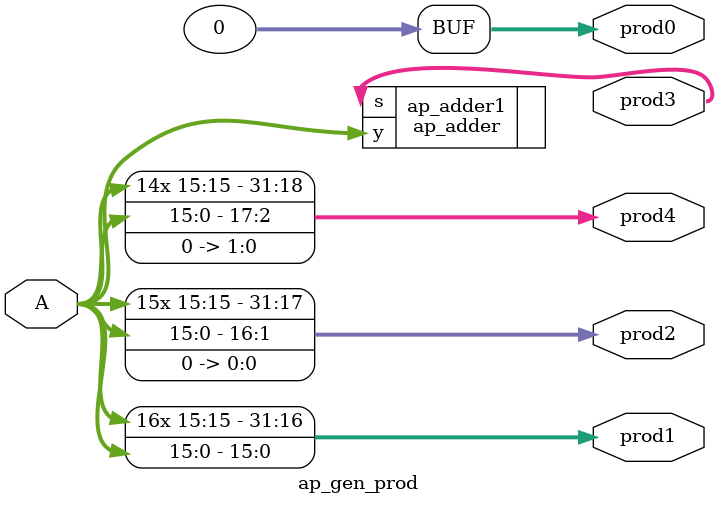
<source format=v>
module ap_gen_prod (
    input [15:0] A,
    output [31:0] prod0,
    output [31:0] prod1,
    output [31:0] prod2,
    output [31:0] prod3,
    output [31:0] prod4
    //这里为了wallce tree方便，直接生成了32位的结果
);

    assign prod0 = 32'd0;
    assign prod1 = {{16{A[15]}},A};
    assign prod2 = {{15{A[15]}},A,1'b0};
    ap_adder ap_adder1 (.y (A),.s (prod3));
    assign prod4 = {{14{A[15]}},A,2'b00};

endmodule

</source>
